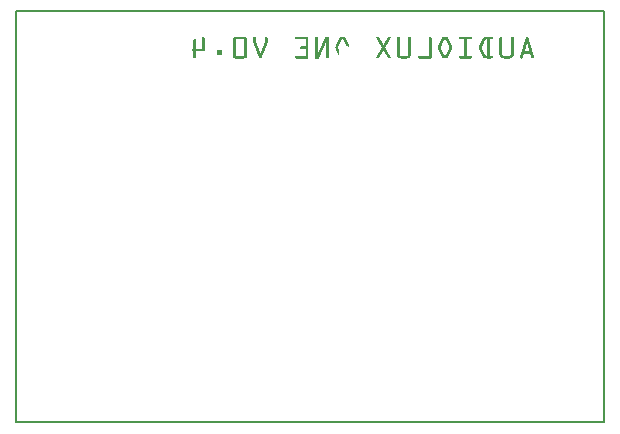
<source format=gbo>
G04 MADE WITH FRITZING*
G04 WWW.FRITZING.ORG*
G04 DOUBLE SIDED*
G04 HOLES PLATED*
G04 CONTOUR ON CENTER OF CONTOUR VECTOR*
%ASAXBY*%
%FSLAX23Y23*%
%MOIN*%
%OFA0B0*%
%SFA1.0B1.0*%
%ADD10R,1.968500X1.377950X1.952500X1.361950*%
%ADD11C,0.008000*%
%ADD12R,0.001000X0.001000*%
%LNSILK0*%
G90*
G70*
G54D11*
X4Y1374D02*
X1965Y1374D01*
X1965Y4D01*
X4Y4D01*
X4Y1374D01*
D02*
G54D12*
X626Y1290D02*
X629Y1290D01*
X734Y1290D02*
X767Y1290D01*
X798Y1290D02*
X802Y1290D01*
X836Y1290D02*
X839Y1290D01*
X935Y1290D02*
X978Y1290D01*
X1003Y1290D02*
X1007Y1290D01*
X1035Y1290D02*
X1047Y1290D01*
X1089Y1290D02*
X1095Y1290D01*
X1209Y1290D02*
X1212Y1290D01*
X1246Y1290D02*
X1249Y1290D01*
X1277Y1290D02*
X1280Y1290D01*
X1314Y1290D02*
X1318Y1290D01*
X1383Y1290D02*
X1386Y1290D01*
X1431Y1290D02*
X1437Y1290D01*
X1482Y1290D02*
X1522Y1290D01*
X1568Y1290D02*
X1591Y1290D01*
X1619Y1290D02*
X1622Y1290D01*
X1656Y1290D02*
X1660Y1290D01*
X1706Y1290D02*
X1709Y1290D01*
X625Y1289D02*
X630Y1289D01*
X732Y1289D02*
X769Y1289D01*
X797Y1289D02*
X803Y1289D01*
X835Y1289D02*
X840Y1289D01*
X934Y1289D02*
X978Y1289D01*
X1002Y1289D02*
X1008Y1289D01*
X1035Y1289D02*
X1047Y1289D01*
X1087Y1289D02*
X1098Y1289D01*
X1207Y1289D02*
X1213Y1289D01*
X1245Y1289D02*
X1251Y1289D01*
X1276Y1289D02*
X1282Y1289D01*
X1313Y1289D02*
X1319Y1289D01*
X1382Y1289D02*
X1387Y1289D01*
X1429Y1289D02*
X1440Y1289D01*
X1481Y1289D02*
X1524Y1289D01*
X1566Y1289D02*
X1593Y1289D01*
X1618Y1289D02*
X1623Y1289D01*
X1655Y1289D02*
X1661Y1289D01*
X1705Y1289D02*
X1710Y1289D01*
X624Y1288D02*
X631Y1288D01*
X730Y1288D02*
X770Y1288D01*
X796Y1288D02*
X804Y1288D01*
X834Y1288D02*
X841Y1288D01*
X933Y1288D02*
X978Y1288D01*
X1002Y1288D02*
X1009Y1288D01*
X1034Y1288D02*
X1047Y1288D01*
X1085Y1288D02*
X1099Y1288D01*
X1207Y1288D02*
X1214Y1288D01*
X1244Y1288D02*
X1251Y1288D01*
X1275Y1288D02*
X1282Y1288D01*
X1313Y1288D02*
X1320Y1288D01*
X1381Y1288D02*
X1388Y1288D01*
X1427Y1288D02*
X1441Y1288D01*
X1480Y1288D02*
X1525Y1288D01*
X1564Y1288D02*
X1593Y1288D01*
X1617Y1288D02*
X1624Y1288D01*
X1655Y1288D02*
X1662Y1288D01*
X1704Y1288D02*
X1711Y1288D01*
X624Y1287D02*
X631Y1287D01*
X730Y1287D02*
X771Y1287D01*
X796Y1287D02*
X804Y1287D01*
X834Y1287D02*
X841Y1287D01*
X933Y1287D02*
X978Y1287D01*
X1001Y1287D02*
X1009Y1287D01*
X1034Y1287D02*
X1047Y1287D01*
X1084Y1287D02*
X1100Y1287D01*
X1206Y1287D02*
X1215Y1287D01*
X1244Y1287D02*
X1252Y1287D01*
X1275Y1287D02*
X1282Y1287D01*
X1312Y1287D02*
X1320Y1287D01*
X1381Y1287D02*
X1388Y1287D01*
X1426Y1287D02*
X1442Y1287D01*
X1480Y1287D02*
X1525Y1287D01*
X1563Y1287D02*
X1594Y1287D01*
X1617Y1287D02*
X1624Y1287D01*
X1654Y1287D02*
X1662Y1287D01*
X1704Y1287D02*
X1711Y1287D01*
X623Y1286D02*
X632Y1286D01*
X729Y1286D02*
X772Y1286D01*
X796Y1286D02*
X804Y1286D01*
X833Y1286D02*
X842Y1286D01*
X933Y1286D02*
X978Y1286D01*
X1001Y1286D02*
X1009Y1286D01*
X1034Y1286D02*
X1047Y1286D01*
X1083Y1286D02*
X1101Y1286D01*
X1206Y1286D02*
X1215Y1286D01*
X1243Y1286D02*
X1252Y1286D01*
X1275Y1286D02*
X1283Y1286D01*
X1312Y1286D02*
X1320Y1286D01*
X1380Y1286D02*
X1388Y1286D01*
X1425Y1286D02*
X1443Y1286D01*
X1480Y1286D02*
X1525Y1286D01*
X1562Y1286D02*
X1594Y1286D01*
X1616Y1286D02*
X1625Y1286D01*
X1654Y1286D02*
X1662Y1286D01*
X1703Y1286D02*
X1712Y1286D01*
X623Y1285D02*
X632Y1285D01*
X728Y1285D02*
X772Y1285D01*
X796Y1285D02*
X804Y1285D01*
X833Y1285D02*
X842Y1285D01*
X933Y1285D02*
X978Y1285D01*
X1001Y1285D02*
X1009Y1285D01*
X1033Y1285D02*
X1047Y1285D01*
X1082Y1285D02*
X1102Y1285D01*
X1206Y1285D02*
X1216Y1285D01*
X1242Y1285D02*
X1252Y1285D01*
X1275Y1285D02*
X1283Y1285D01*
X1312Y1285D02*
X1320Y1285D01*
X1380Y1285D02*
X1389Y1285D01*
X1424Y1285D02*
X1444Y1285D01*
X1480Y1285D02*
X1525Y1285D01*
X1561Y1285D02*
X1594Y1285D01*
X1616Y1285D02*
X1625Y1285D01*
X1654Y1285D02*
X1662Y1285D01*
X1703Y1285D02*
X1712Y1285D01*
X623Y1284D02*
X632Y1284D01*
X728Y1284D02*
X773Y1284D01*
X796Y1284D02*
X804Y1284D01*
X833Y1284D02*
X842Y1284D01*
X933Y1284D02*
X978Y1284D01*
X1001Y1284D02*
X1009Y1284D01*
X1033Y1284D02*
X1047Y1284D01*
X1082Y1284D02*
X1103Y1284D01*
X1207Y1284D02*
X1216Y1284D01*
X1242Y1284D02*
X1251Y1284D01*
X1275Y1284D02*
X1283Y1284D01*
X1312Y1284D02*
X1320Y1284D01*
X1380Y1284D02*
X1389Y1284D01*
X1424Y1284D02*
X1444Y1284D01*
X1480Y1284D02*
X1525Y1284D01*
X1561Y1284D02*
X1593Y1284D01*
X1616Y1284D02*
X1625Y1284D01*
X1654Y1284D02*
X1662Y1284D01*
X1703Y1284D02*
X1712Y1284D01*
X623Y1283D02*
X632Y1283D01*
X728Y1283D02*
X773Y1283D01*
X796Y1283D02*
X804Y1283D01*
X833Y1283D02*
X842Y1283D01*
X934Y1283D02*
X978Y1283D01*
X1001Y1283D02*
X1009Y1283D01*
X1032Y1283D02*
X1047Y1283D01*
X1081Y1283D02*
X1103Y1283D01*
X1207Y1283D02*
X1217Y1283D01*
X1241Y1283D02*
X1251Y1283D01*
X1275Y1283D02*
X1283Y1283D01*
X1312Y1283D02*
X1320Y1283D01*
X1380Y1283D02*
X1389Y1283D01*
X1423Y1283D02*
X1445Y1283D01*
X1481Y1283D02*
X1524Y1283D01*
X1560Y1283D02*
X1593Y1283D01*
X1616Y1283D02*
X1625Y1283D01*
X1654Y1283D02*
X1662Y1283D01*
X1702Y1283D02*
X1713Y1283D01*
X598Y1282D02*
X601Y1282D01*
X623Y1282D02*
X632Y1282D01*
X728Y1282D02*
X773Y1282D01*
X796Y1282D02*
X804Y1282D01*
X833Y1282D02*
X842Y1282D01*
X935Y1282D02*
X978Y1282D01*
X1001Y1282D02*
X1009Y1282D01*
X1032Y1282D02*
X1047Y1282D01*
X1081Y1282D02*
X1104Y1282D01*
X1208Y1282D02*
X1218Y1282D01*
X1241Y1282D02*
X1250Y1282D01*
X1275Y1282D02*
X1283Y1282D01*
X1312Y1282D02*
X1320Y1282D01*
X1380Y1282D02*
X1389Y1282D01*
X1423Y1282D02*
X1445Y1282D01*
X1482Y1282D02*
X1523Y1282D01*
X1559Y1282D02*
X1591Y1282D01*
X1616Y1282D02*
X1625Y1282D01*
X1654Y1282D02*
X1662Y1282D01*
X1702Y1282D02*
X1713Y1282D01*
X597Y1281D02*
X602Y1281D01*
X623Y1281D02*
X632Y1281D01*
X727Y1281D02*
X736Y1281D01*
X765Y1281D02*
X773Y1281D01*
X796Y1281D02*
X804Y1281D01*
X833Y1281D02*
X842Y1281D01*
X970Y1281D02*
X978Y1281D01*
X1001Y1281D02*
X1009Y1281D01*
X1031Y1281D02*
X1047Y1281D01*
X1080Y1281D02*
X1091Y1281D01*
X1093Y1281D02*
X1104Y1281D01*
X1208Y1281D02*
X1218Y1281D01*
X1240Y1281D02*
X1250Y1281D01*
X1275Y1281D02*
X1283Y1281D01*
X1312Y1281D02*
X1320Y1281D01*
X1380Y1281D02*
X1389Y1281D01*
X1422Y1281D02*
X1433Y1281D01*
X1435Y1281D02*
X1446Y1281D01*
X1498Y1281D02*
X1507Y1281D01*
X1559Y1281D02*
X1570Y1281D01*
X1576Y1281D02*
X1585Y1281D01*
X1616Y1281D02*
X1625Y1281D01*
X1654Y1281D02*
X1662Y1281D01*
X1702Y1281D02*
X1713Y1281D01*
X596Y1280D02*
X603Y1280D01*
X623Y1280D02*
X632Y1280D01*
X727Y1280D02*
X736Y1280D01*
X765Y1280D02*
X773Y1280D01*
X796Y1280D02*
X804Y1280D01*
X833Y1280D02*
X842Y1280D01*
X970Y1280D02*
X978Y1280D01*
X1001Y1280D02*
X1009Y1280D01*
X1031Y1280D02*
X1047Y1280D01*
X1080Y1280D02*
X1089Y1280D01*
X1095Y1280D02*
X1105Y1280D01*
X1209Y1280D02*
X1219Y1280D01*
X1239Y1280D02*
X1249Y1280D01*
X1275Y1280D02*
X1283Y1280D01*
X1312Y1280D02*
X1320Y1280D01*
X1380Y1280D02*
X1389Y1280D01*
X1422Y1280D02*
X1431Y1280D01*
X1437Y1280D02*
X1446Y1280D01*
X1498Y1280D02*
X1507Y1280D01*
X1558Y1280D02*
X1569Y1280D01*
X1576Y1280D02*
X1584Y1280D01*
X1616Y1280D02*
X1625Y1280D01*
X1654Y1280D02*
X1662Y1280D01*
X1702Y1280D02*
X1714Y1280D01*
X596Y1279D02*
X603Y1279D01*
X623Y1279D02*
X632Y1279D01*
X727Y1279D02*
X736Y1279D01*
X765Y1279D02*
X773Y1279D01*
X796Y1279D02*
X804Y1279D01*
X833Y1279D02*
X842Y1279D01*
X970Y1279D02*
X978Y1279D01*
X1001Y1279D02*
X1009Y1279D01*
X1031Y1279D02*
X1047Y1279D01*
X1079Y1279D02*
X1089Y1279D01*
X1096Y1279D02*
X1105Y1279D01*
X1209Y1279D02*
X1219Y1279D01*
X1239Y1279D02*
X1249Y1279D01*
X1275Y1279D02*
X1283Y1279D01*
X1312Y1279D02*
X1320Y1279D01*
X1380Y1279D02*
X1389Y1279D01*
X1421Y1279D02*
X1431Y1279D01*
X1438Y1279D02*
X1447Y1279D01*
X1498Y1279D02*
X1507Y1279D01*
X1558Y1279D02*
X1568Y1279D01*
X1576Y1279D02*
X1584Y1279D01*
X1616Y1279D02*
X1625Y1279D01*
X1654Y1279D02*
X1662Y1279D01*
X1701Y1279D02*
X1714Y1279D01*
X595Y1278D02*
X603Y1278D01*
X623Y1278D02*
X632Y1278D01*
X727Y1278D02*
X736Y1278D01*
X765Y1278D02*
X773Y1278D01*
X796Y1278D02*
X804Y1278D01*
X833Y1278D02*
X842Y1278D01*
X970Y1278D02*
X978Y1278D01*
X1001Y1278D02*
X1009Y1278D01*
X1030Y1278D02*
X1047Y1278D01*
X1079Y1278D02*
X1088Y1278D01*
X1096Y1278D02*
X1106Y1278D01*
X1210Y1278D02*
X1220Y1278D01*
X1238Y1278D02*
X1248Y1278D01*
X1275Y1278D02*
X1283Y1278D01*
X1312Y1278D02*
X1320Y1278D01*
X1380Y1278D02*
X1389Y1278D01*
X1421Y1278D02*
X1430Y1278D01*
X1438Y1278D02*
X1447Y1278D01*
X1498Y1278D02*
X1507Y1278D01*
X1558Y1278D02*
X1567Y1278D01*
X1576Y1278D02*
X1584Y1278D01*
X1616Y1278D02*
X1625Y1278D01*
X1654Y1278D02*
X1662Y1278D01*
X1701Y1278D02*
X1714Y1278D01*
X595Y1277D02*
X603Y1277D01*
X623Y1277D02*
X632Y1277D01*
X727Y1277D02*
X736Y1277D01*
X765Y1277D02*
X773Y1277D01*
X796Y1277D02*
X804Y1277D01*
X833Y1277D02*
X842Y1277D01*
X970Y1277D02*
X978Y1277D01*
X1001Y1277D02*
X1009Y1277D01*
X1030Y1277D02*
X1047Y1277D01*
X1078Y1277D02*
X1088Y1277D01*
X1097Y1277D02*
X1106Y1277D01*
X1210Y1277D02*
X1220Y1277D01*
X1238Y1277D02*
X1248Y1277D01*
X1275Y1277D02*
X1283Y1277D01*
X1312Y1277D02*
X1320Y1277D01*
X1380Y1277D02*
X1389Y1277D01*
X1420Y1277D02*
X1430Y1277D01*
X1439Y1277D02*
X1448Y1277D01*
X1498Y1277D02*
X1507Y1277D01*
X1557Y1277D02*
X1567Y1277D01*
X1576Y1277D02*
X1584Y1277D01*
X1616Y1277D02*
X1625Y1277D01*
X1654Y1277D02*
X1662Y1277D01*
X1701Y1277D02*
X1714Y1277D01*
X595Y1276D02*
X604Y1276D01*
X623Y1276D02*
X632Y1276D01*
X727Y1276D02*
X736Y1276D01*
X765Y1276D02*
X773Y1276D01*
X796Y1276D02*
X804Y1276D01*
X833Y1276D02*
X842Y1276D01*
X970Y1276D02*
X978Y1276D01*
X1001Y1276D02*
X1009Y1276D01*
X1029Y1276D02*
X1047Y1276D01*
X1078Y1276D02*
X1087Y1276D01*
X1097Y1276D02*
X1107Y1276D01*
X1211Y1276D02*
X1221Y1276D01*
X1237Y1276D02*
X1247Y1276D01*
X1275Y1276D02*
X1283Y1276D01*
X1312Y1276D02*
X1320Y1276D01*
X1380Y1276D02*
X1389Y1276D01*
X1420Y1276D02*
X1429Y1276D01*
X1439Y1276D02*
X1448Y1276D01*
X1498Y1276D02*
X1507Y1276D01*
X1557Y1276D02*
X1566Y1276D01*
X1576Y1276D02*
X1584Y1276D01*
X1616Y1276D02*
X1625Y1276D01*
X1654Y1276D02*
X1662Y1276D01*
X1700Y1276D02*
X1715Y1276D01*
X595Y1275D02*
X604Y1275D01*
X623Y1275D02*
X632Y1275D01*
X727Y1275D02*
X736Y1275D01*
X765Y1275D02*
X773Y1275D01*
X796Y1275D02*
X804Y1275D01*
X833Y1275D02*
X842Y1275D01*
X970Y1275D02*
X978Y1275D01*
X1001Y1275D02*
X1009Y1275D01*
X1029Y1275D02*
X1047Y1275D01*
X1077Y1275D02*
X1087Y1275D01*
X1098Y1275D02*
X1107Y1275D01*
X1212Y1275D02*
X1222Y1275D01*
X1236Y1275D02*
X1246Y1275D01*
X1275Y1275D02*
X1283Y1275D01*
X1312Y1275D02*
X1320Y1275D01*
X1380Y1275D02*
X1389Y1275D01*
X1419Y1275D02*
X1429Y1275D01*
X1440Y1275D02*
X1449Y1275D01*
X1498Y1275D02*
X1507Y1275D01*
X1556Y1275D02*
X1566Y1275D01*
X1576Y1275D02*
X1584Y1275D01*
X1616Y1275D02*
X1625Y1275D01*
X1654Y1275D02*
X1662Y1275D01*
X1700Y1275D02*
X1715Y1275D01*
X595Y1274D02*
X604Y1274D01*
X623Y1274D02*
X632Y1274D01*
X727Y1274D02*
X736Y1274D01*
X765Y1274D02*
X773Y1274D01*
X796Y1274D02*
X804Y1274D01*
X833Y1274D02*
X842Y1274D01*
X970Y1274D02*
X978Y1274D01*
X1001Y1274D02*
X1009Y1274D01*
X1028Y1274D02*
X1047Y1274D01*
X1077Y1274D02*
X1086Y1274D01*
X1098Y1274D02*
X1108Y1274D01*
X1212Y1274D02*
X1222Y1274D01*
X1236Y1274D02*
X1246Y1274D01*
X1275Y1274D02*
X1283Y1274D01*
X1312Y1274D02*
X1320Y1274D01*
X1380Y1274D02*
X1389Y1274D01*
X1419Y1274D02*
X1428Y1274D01*
X1440Y1274D02*
X1449Y1274D01*
X1498Y1274D02*
X1507Y1274D01*
X1556Y1274D02*
X1565Y1274D01*
X1576Y1274D02*
X1584Y1274D01*
X1616Y1274D02*
X1625Y1274D01*
X1654Y1274D02*
X1662Y1274D01*
X1700Y1274D02*
X1715Y1274D01*
X595Y1273D02*
X604Y1273D01*
X623Y1273D02*
X632Y1273D01*
X727Y1273D02*
X736Y1273D01*
X765Y1273D02*
X773Y1273D01*
X796Y1273D02*
X804Y1273D01*
X833Y1273D02*
X842Y1273D01*
X970Y1273D02*
X978Y1273D01*
X1001Y1273D02*
X1009Y1273D01*
X1028Y1273D02*
X1047Y1273D01*
X1076Y1273D02*
X1086Y1273D01*
X1099Y1273D02*
X1108Y1273D01*
X1213Y1273D02*
X1223Y1273D01*
X1235Y1273D02*
X1245Y1273D01*
X1275Y1273D02*
X1283Y1273D01*
X1312Y1273D02*
X1320Y1273D01*
X1380Y1273D02*
X1389Y1273D01*
X1418Y1273D02*
X1428Y1273D01*
X1441Y1273D02*
X1450Y1273D01*
X1498Y1273D02*
X1507Y1273D01*
X1555Y1273D02*
X1565Y1273D01*
X1576Y1273D02*
X1584Y1273D01*
X1616Y1273D02*
X1625Y1273D01*
X1654Y1273D02*
X1662Y1273D01*
X1699Y1273D02*
X1716Y1273D01*
X595Y1272D02*
X604Y1272D01*
X623Y1272D02*
X632Y1272D01*
X727Y1272D02*
X736Y1272D01*
X765Y1272D02*
X773Y1272D01*
X796Y1272D02*
X804Y1272D01*
X833Y1272D02*
X842Y1272D01*
X970Y1272D02*
X978Y1272D01*
X1001Y1272D02*
X1009Y1272D01*
X1027Y1272D02*
X1047Y1272D01*
X1076Y1272D02*
X1085Y1272D01*
X1099Y1272D02*
X1109Y1272D01*
X1213Y1272D02*
X1223Y1272D01*
X1235Y1272D02*
X1245Y1272D01*
X1275Y1272D02*
X1283Y1272D01*
X1312Y1272D02*
X1320Y1272D01*
X1380Y1272D02*
X1389Y1272D01*
X1418Y1272D02*
X1427Y1272D01*
X1441Y1272D02*
X1450Y1272D01*
X1498Y1272D02*
X1507Y1272D01*
X1555Y1272D02*
X1564Y1272D01*
X1576Y1272D02*
X1584Y1272D01*
X1616Y1272D02*
X1625Y1272D01*
X1654Y1272D02*
X1662Y1272D01*
X1699Y1272D02*
X1716Y1272D01*
X595Y1271D02*
X604Y1271D01*
X623Y1271D02*
X632Y1271D01*
X727Y1271D02*
X736Y1271D01*
X765Y1271D02*
X773Y1271D01*
X796Y1271D02*
X804Y1271D01*
X833Y1271D02*
X842Y1271D01*
X970Y1271D02*
X978Y1271D01*
X1001Y1271D02*
X1009Y1271D01*
X1027Y1271D02*
X1036Y1271D01*
X1038Y1271D02*
X1047Y1271D01*
X1075Y1271D02*
X1085Y1271D01*
X1100Y1271D02*
X1109Y1271D01*
X1214Y1271D02*
X1224Y1271D01*
X1234Y1271D02*
X1244Y1271D01*
X1275Y1271D02*
X1283Y1271D01*
X1312Y1271D02*
X1320Y1271D01*
X1380Y1271D02*
X1389Y1271D01*
X1417Y1271D02*
X1427Y1271D01*
X1442Y1271D02*
X1451Y1271D01*
X1498Y1271D02*
X1507Y1271D01*
X1554Y1271D02*
X1564Y1271D01*
X1576Y1271D02*
X1584Y1271D01*
X1616Y1271D02*
X1625Y1271D01*
X1654Y1271D02*
X1662Y1271D01*
X1699Y1271D02*
X1716Y1271D01*
X595Y1270D02*
X604Y1270D01*
X623Y1270D02*
X632Y1270D01*
X727Y1270D02*
X736Y1270D01*
X765Y1270D02*
X773Y1270D01*
X796Y1270D02*
X804Y1270D01*
X833Y1270D02*
X842Y1270D01*
X970Y1270D02*
X978Y1270D01*
X1001Y1270D02*
X1009Y1270D01*
X1027Y1270D02*
X1036Y1270D01*
X1038Y1270D02*
X1047Y1270D01*
X1075Y1270D02*
X1084Y1270D01*
X1100Y1270D02*
X1110Y1270D01*
X1215Y1270D02*
X1225Y1270D01*
X1234Y1270D02*
X1243Y1270D01*
X1275Y1270D02*
X1283Y1270D01*
X1312Y1270D02*
X1320Y1270D01*
X1380Y1270D02*
X1389Y1270D01*
X1417Y1270D02*
X1426Y1270D01*
X1442Y1270D02*
X1451Y1270D01*
X1498Y1270D02*
X1507Y1270D01*
X1554Y1270D02*
X1563Y1270D01*
X1576Y1270D02*
X1584Y1270D01*
X1616Y1270D02*
X1625Y1270D01*
X1654Y1270D02*
X1662Y1270D01*
X1699Y1270D02*
X1716Y1270D01*
X595Y1269D02*
X604Y1269D01*
X623Y1269D02*
X632Y1269D01*
X727Y1269D02*
X736Y1269D01*
X765Y1269D02*
X773Y1269D01*
X796Y1269D02*
X805Y1269D01*
X833Y1269D02*
X841Y1269D01*
X970Y1269D02*
X978Y1269D01*
X1001Y1269D02*
X1009Y1269D01*
X1026Y1269D02*
X1035Y1269D01*
X1038Y1269D02*
X1047Y1269D01*
X1074Y1269D02*
X1084Y1269D01*
X1101Y1269D02*
X1110Y1269D01*
X1215Y1269D02*
X1225Y1269D01*
X1233Y1269D02*
X1243Y1269D01*
X1275Y1269D02*
X1283Y1269D01*
X1312Y1269D02*
X1320Y1269D01*
X1380Y1269D02*
X1389Y1269D01*
X1416Y1269D02*
X1426Y1269D01*
X1443Y1269D02*
X1452Y1269D01*
X1498Y1269D02*
X1507Y1269D01*
X1553Y1269D02*
X1563Y1269D01*
X1576Y1269D02*
X1584Y1269D01*
X1616Y1269D02*
X1625Y1269D01*
X1654Y1269D02*
X1662Y1269D01*
X1698Y1269D02*
X1717Y1269D01*
X595Y1268D02*
X604Y1268D01*
X623Y1268D02*
X632Y1268D01*
X727Y1268D02*
X736Y1268D01*
X765Y1268D02*
X773Y1268D01*
X796Y1268D02*
X805Y1268D01*
X832Y1268D02*
X841Y1268D01*
X970Y1268D02*
X978Y1268D01*
X1001Y1268D02*
X1009Y1268D01*
X1026Y1268D02*
X1035Y1268D01*
X1038Y1268D02*
X1047Y1268D01*
X1074Y1268D02*
X1083Y1268D01*
X1101Y1268D02*
X1111Y1268D01*
X1216Y1268D02*
X1226Y1268D01*
X1232Y1268D02*
X1242Y1268D01*
X1275Y1268D02*
X1283Y1268D01*
X1312Y1268D02*
X1320Y1268D01*
X1380Y1268D02*
X1389Y1268D01*
X1416Y1268D02*
X1425Y1268D01*
X1443Y1268D02*
X1452Y1268D01*
X1498Y1268D02*
X1507Y1268D01*
X1553Y1268D02*
X1562Y1268D01*
X1576Y1268D02*
X1584Y1268D01*
X1616Y1268D02*
X1625Y1268D01*
X1654Y1268D02*
X1662Y1268D01*
X1698Y1268D02*
X1717Y1268D01*
X595Y1267D02*
X604Y1267D01*
X623Y1267D02*
X632Y1267D01*
X727Y1267D02*
X736Y1267D01*
X765Y1267D02*
X773Y1267D01*
X797Y1267D02*
X806Y1267D01*
X832Y1267D02*
X841Y1267D01*
X970Y1267D02*
X978Y1267D01*
X1001Y1267D02*
X1009Y1267D01*
X1025Y1267D02*
X1035Y1267D01*
X1038Y1267D02*
X1047Y1267D01*
X1073Y1267D02*
X1083Y1267D01*
X1102Y1267D02*
X1111Y1267D01*
X1216Y1267D02*
X1226Y1267D01*
X1232Y1267D02*
X1242Y1267D01*
X1275Y1267D02*
X1283Y1267D01*
X1312Y1267D02*
X1320Y1267D01*
X1380Y1267D02*
X1389Y1267D01*
X1415Y1267D02*
X1425Y1267D01*
X1444Y1267D02*
X1453Y1267D01*
X1498Y1267D02*
X1507Y1267D01*
X1552Y1267D02*
X1562Y1267D01*
X1576Y1267D02*
X1584Y1267D01*
X1616Y1267D02*
X1625Y1267D01*
X1654Y1267D02*
X1662Y1267D01*
X1698Y1267D02*
X1707Y1267D01*
X1709Y1267D02*
X1717Y1267D01*
X595Y1266D02*
X604Y1266D01*
X623Y1266D02*
X632Y1266D01*
X727Y1266D02*
X736Y1266D01*
X765Y1266D02*
X773Y1266D01*
X797Y1266D02*
X806Y1266D01*
X831Y1266D02*
X841Y1266D01*
X970Y1266D02*
X978Y1266D01*
X1001Y1266D02*
X1009Y1266D01*
X1025Y1266D02*
X1034Y1266D01*
X1038Y1266D02*
X1047Y1266D01*
X1073Y1266D02*
X1082Y1266D01*
X1102Y1266D02*
X1112Y1266D01*
X1217Y1266D02*
X1227Y1266D01*
X1231Y1266D02*
X1241Y1266D01*
X1275Y1266D02*
X1283Y1266D01*
X1312Y1266D02*
X1320Y1266D01*
X1380Y1266D02*
X1389Y1266D01*
X1415Y1266D02*
X1424Y1266D01*
X1444Y1266D02*
X1453Y1266D01*
X1498Y1266D02*
X1507Y1266D01*
X1552Y1266D02*
X1561Y1266D01*
X1576Y1266D02*
X1584Y1266D01*
X1616Y1266D02*
X1625Y1266D01*
X1654Y1266D02*
X1662Y1266D01*
X1697Y1266D02*
X1706Y1266D01*
X1709Y1266D02*
X1718Y1266D01*
X595Y1265D02*
X604Y1265D01*
X623Y1265D02*
X632Y1265D01*
X727Y1265D02*
X736Y1265D01*
X765Y1265D02*
X773Y1265D01*
X797Y1265D02*
X806Y1265D01*
X831Y1265D02*
X840Y1265D01*
X970Y1265D02*
X978Y1265D01*
X1001Y1265D02*
X1009Y1265D01*
X1024Y1265D02*
X1034Y1265D01*
X1038Y1265D02*
X1047Y1265D01*
X1072Y1265D02*
X1082Y1265D01*
X1103Y1265D02*
X1112Y1265D01*
X1217Y1265D02*
X1227Y1265D01*
X1231Y1265D02*
X1240Y1265D01*
X1275Y1265D02*
X1283Y1265D01*
X1312Y1265D02*
X1320Y1265D01*
X1380Y1265D02*
X1389Y1265D01*
X1414Y1265D02*
X1424Y1265D01*
X1445Y1265D02*
X1454Y1265D01*
X1498Y1265D02*
X1507Y1265D01*
X1551Y1265D02*
X1561Y1265D01*
X1576Y1265D02*
X1584Y1265D01*
X1616Y1265D02*
X1625Y1265D01*
X1654Y1265D02*
X1662Y1265D01*
X1697Y1265D02*
X1706Y1265D01*
X1709Y1265D02*
X1718Y1265D01*
X595Y1264D02*
X604Y1264D01*
X623Y1264D02*
X632Y1264D01*
X727Y1264D02*
X736Y1264D01*
X765Y1264D02*
X773Y1264D01*
X798Y1264D02*
X807Y1264D01*
X831Y1264D02*
X840Y1264D01*
X970Y1264D02*
X978Y1264D01*
X1001Y1264D02*
X1009Y1264D01*
X1024Y1264D02*
X1033Y1264D01*
X1038Y1264D02*
X1047Y1264D01*
X1072Y1264D02*
X1081Y1264D01*
X1103Y1264D02*
X1113Y1264D01*
X1218Y1264D02*
X1228Y1264D01*
X1230Y1264D02*
X1240Y1264D01*
X1275Y1264D02*
X1283Y1264D01*
X1312Y1264D02*
X1320Y1264D01*
X1380Y1264D02*
X1389Y1264D01*
X1414Y1264D02*
X1423Y1264D01*
X1445Y1264D02*
X1454Y1264D01*
X1498Y1264D02*
X1507Y1264D01*
X1551Y1264D02*
X1560Y1264D01*
X1576Y1264D02*
X1584Y1264D01*
X1616Y1264D02*
X1625Y1264D01*
X1654Y1264D02*
X1662Y1264D01*
X1697Y1264D02*
X1706Y1264D01*
X1710Y1264D02*
X1718Y1264D01*
X595Y1263D02*
X604Y1263D01*
X623Y1263D02*
X632Y1263D01*
X727Y1263D02*
X736Y1263D01*
X765Y1263D02*
X773Y1263D01*
X798Y1263D02*
X807Y1263D01*
X830Y1263D02*
X839Y1263D01*
X970Y1263D02*
X978Y1263D01*
X1001Y1263D02*
X1009Y1263D01*
X1024Y1263D02*
X1033Y1263D01*
X1038Y1263D02*
X1047Y1263D01*
X1071Y1263D02*
X1081Y1263D01*
X1104Y1263D02*
X1113Y1263D01*
X1219Y1263D02*
X1239Y1263D01*
X1275Y1263D02*
X1283Y1263D01*
X1312Y1263D02*
X1320Y1263D01*
X1380Y1263D02*
X1389Y1263D01*
X1413Y1263D02*
X1423Y1263D01*
X1446Y1263D02*
X1455Y1263D01*
X1498Y1263D02*
X1507Y1263D01*
X1550Y1263D02*
X1560Y1263D01*
X1576Y1263D02*
X1584Y1263D01*
X1616Y1263D02*
X1625Y1263D01*
X1654Y1263D02*
X1662Y1263D01*
X1697Y1263D02*
X1705Y1263D01*
X1710Y1263D02*
X1719Y1263D01*
X595Y1262D02*
X604Y1262D01*
X623Y1262D02*
X632Y1262D01*
X727Y1262D02*
X736Y1262D01*
X765Y1262D02*
X773Y1262D01*
X799Y1262D02*
X808Y1262D01*
X830Y1262D02*
X839Y1262D01*
X970Y1262D02*
X978Y1262D01*
X1001Y1262D02*
X1009Y1262D01*
X1023Y1262D02*
X1032Y1262D01*
X1038Y1262D02*
X1047Y1262D01*
X1071Y1262D02*
X1080Y1262D01*
X1104Y1262D02*
X1113Y1262D01*
X1219Y1262D02*
X1239Y1262D01*
X1275Y1262D02*
X1283Y1262D01*
X1312Y1262D02*
X1320Y1262D01*
X1380Y1262D02*
X1389Y1262D01*
X1413Y1262D02*
X1422Y1262D01*
X1446Y1262D02*
X1455Y1262D01*
X1498Y1262D02*
X1507Y1262D01*
X1550Y1262D02*
X1559Y1262D01*
X1576Y1262D02*
X1584Y1262D01*
X1616Y1262D02*
X1625Y1262D01*
X1654Y1262D02*
X1662Y1262D01*
X1696Y1262D02*
X1705Y1262D01*
X1710Y1262D02*
X1719Y1262D01*
X595Y1261D02*
X604Y1261D01*
X623Y1261D02*
X632Y1261D01*
X727Y1261D02*
X736Y1261D01*
X765Y1261D02*
X773Y1261D01*
X799Y1261D02*
X808Y1261D01*
X830Y1261D02*
X839Y1261D01*
X970Y1261D02*
X978Y1261D01*
X1001Y1261D02*
X1009Y1261D01*
X1023Y1261D02*
X1032Y1261D01*
X1038Y1261D02*
X1047Y1261D01*
X1071Y1261D02*
X1080Y1261D01*
X1105Y1261D02*
X1114Y1261D01*
X1220Y1261D02*
X1238Y1261D01*
X1275Y1261D02*
X1283Y1261D01*
X1312Y1261D02*
X1320Y1261D01*
X1380Y1261D02*
X1389Y1261D01*
X1412Y1261D02*
X1422Y1261D01*
X1447Y1261D02*
X1456Y1261D01*
X1498Y1261D02*
X1507Y1261D01*
X1549Y1261D02*
X1559Y1261D01*
X1576Y1261D02*
X1584Y1261D01*
X1616Y1261D02*
X1625Y1261D01*
X1654Y1261D02*
X1662Y1261D01*
X1696Y1261D02*
X1705Y1261D01*
X1710Y1261D02*
X1719Y1261D01*
X595Y1260D02*
X604Y1260D01*
X623Y1260D02*
X632Y1260D01*
X727Y1260D02*
X736Y1260D01*
X765Y1260D02*
X773Y1260D01*
X799Y1260D02*
X808Y1260D01*
X829Y1260D02*
X838Y1260D01*
X970Y1260D02*
X978Y1260D01*
X1001Y1260D02*
X1009Y1260D01*
X1022Y1260D02*
X1031Y1260D01*
X1038Y1260D02*
X1047Y1260D01*
X1070Y1260D02*
X1079Y1260D01*
X1105Y1260D02*
X1114Y1260D01*
X1220Y1260D02*
X1238Y1260D01*
X1275Y1260D02*
X1283Y1260D01*
X1312Y1260D02*
X1320Y1260D01*
X1380Y1260D02*
X1389Y1260D01*
X1412Y1260D02*
X1421Y1260D01*
X1447Y1260D02*
X1456Y1260D01*
X1498Y1260D02*
X1507Y1260D01*
X1549Y1260D02*
X1558Y1260D01*
X1576Y1260D02*
X1584Y1260D01*
X1616Y1260D02*
X1625Y1260D01*
X1654Y1260D02*
X1662Y1260D01*
X1696Y1260D02*
X1705Y1260D01*
X1711Y1260D02*
X1719Y1260D01*
X595Y1259D02*
X604Y1259D01*
X623Y1259D02*
X632Y1259D01*
X727Y1259D02*
X736Y1259D01*
X765Y1259D02*
X773Y1259D01*
X800Y1259D02*
X809Y1259D01*
X829Y1259D02*
X838Y1259D01*
X970Y1259D02*
X978Y1259D01*
X1001Y1259D02*
X1009Y1259D01*
X1022Y1259D02*
X1031Y1259D01*
X1038Y1259D02*
X1047Y1259D01*
X1070Y1259D02*
X1079Y1259D01*
X1106Y1259D02*
X1115Y1259D01*
X1221Y1259D02*
X1237Y1259D01*
X1275Y1259D02*
X1283Y1259D01*
X1312Y1259D02*
X1320Y1259D01*
X1380Y1259D02*
X1389Y1259D01*
X1412Y1259D02*
X1421Y1259D01*
X1448Y1259D02*
X1456Y1259D01*
X1498Y1259D02*
X1507Y1259D01*
X1549Y1259D02*
X1558Y1259D01*
X1576Y1259D02*
X1584Y1259D01*
X1616Y1259D02*
X1625Y1259D01*
X1654Y1259D02*
X1662Y1259D01*
X1695Y1259D02*
X1704Y1259D01*
X1711Y1259D02*
X1720Y1259D01*
X595Y1258D02*
X604Y1258D01*
X623Y1258D02*
X632Y1258D01*
X727Y1258D02*
X736Y1258D01*
X765Y1258D02*
X773Y1258D01*
X800Y1258D02*
X809Y1258D01*
X828Y1258D02*
X837Y1258D01*
X955Y1258D02*
X978Y1258D01*
X1001Y1258D02*
X1009Y1258D01*
X1021Y1258D02*
X1031Y1258D01*
X1038Y1258D02*
X1047Y1258D01*
X1070Y1258D02*
X1078Y1258D01*
X1108Y1258D02*
X1115Y1258D01*
X1222Y1258D02*
X1236Y1258D01*
X1275Y1258D02*
X1283Y1258D01*
X1312Y1258D02*
X1320Y1258D01*
X1380Y1258D02*
X1389Y1258D01*
X1412Y1258D02*
X1420Y1258D01*
X1448Y1258D02*
X1457Y1258D01*
X1498Y1258D02*
X1507Y1258D01*
X1548Y1258D02*
X1557Y1258D01*
X1576Y1258D02*
X1584Y1258D01*
X1616Y1258D02*
X1625Y1258D01*
X1654Y1258D02*
X1662Y1258D01*
X1695Y1258D02*
X1704Y1258D01*
X1711Y1258D02*
X1720Y1258D01*
X595Y1257D02*
X604Y1257D01*
X623Y1257D02*
X632Y1257D01*
X727Y1257D02*
X736Y1257D01*
X765Y1257D02*
X773Y1257D01*
X800Y1257D02*
X809Y1257D01*
X828Y1257D02*
X837Y1257D01*
X953Y1257D02*
X978Y1257D01*
X1001Y1257D02*
X1009Y1257D01*
X1021Y1257D02*
X1030Y1257D01*
X1038Y1257D02*
X1047Y1257D01*
X1070Y1257D02*
X1078Y1257D01*
X1112Y1257D02*
X1115Y1257D01*
X1222Y1257D02*
X1236Y1257D01*
X1275Y1257D02*
X1283Y1257D01*
X1312Y1257D02*
X1320Y1257D01*
X1380Y1257D02*
X1389Y1257D01*
X1411Y1257D02*
X1420Y1257D01*
X1448Y1257D02*
X1457Y1257D01*
X1498Y1257D02*
X1507Y1257D01*
X1548Y1257D02*
X1557Y1257D01*
X1576Y1257D02*
X1584Y1257D01*
X1616Y1257D02*
X1625Y1257D01*
X1654Y1257D02*
X1662Y1257D01*
X1695Y1257D02*
X1704Y1257D01*
X1712Y1257D02*
X1720Y1257D01*
X595Y1256D02*
X604Y1256D01*
X623Y1256D02*
X632Y1256D01*
X727Y1256D02*
X736Y1256D01*
X765Y1256D02*
X773Y1256D01*
X801Y1256D02*
X810Y1256D01*
X828Y1256D02*
X837Y1256D01*
X952Y1256D02*
X978Y1256D01*
X1001Y1256D02*
X1009Y1256D01*
X1020Y1256D02*
X1030Y1256D01*
X1038Y1256D02*
X1047Y1256D01*
X1069Y1256D02*
X1078Y1256D01*
X1114Y1256D02*
X1115Y1256D01*
X1223Y1256D02*
X1235Y1256D01*
X1275Y1256D02*
X1283Y1256D01*
X1312Y1256D02*
X1320Y1256D01*
X1380Y1256D02*
X1389Y1256D01*
X1411Y1256D02*
X1420Y1256D01*
X1449Y1256D02*
X1457Y1256D01*
X1498Y1256D02*
X1507Y1256D01*
X1548Y1256D02*
X1557Y1256D01*
X1576Y1256D02*
X1584Y1256D01*
X1616Y1256D02*
X1625Y1256D01*
X1654Y1256D02*
X1662Y1256D01*
X1694Y1256D02*
X1703Y1256D01*
X1712Y1256D02*
X1721Y1256D01*
X595Y1255D02*
X604Y1255D01*
X623Y1255D02*
X632Y1255D01*
X727Y1255D02*
X736Y1255D01*
X765Y1255D02*
X773Y1255D01*
X801Y1255D02*
X810Y1255D01*
X827Y1255D02*
X836Y1255D01*
X951Y1255D02*
X978Y1255D01*
X1001Y1255D02*
X1009Y1255D01*
X1020Y1255D02*
X1029Y1255D01*
X1038Y1255D02*
X1047Y1255D01*
X1069Y1255D02*
X1078Y1255D01*
X1223Y1255D02*
X1235Y1255D01*
X1275Y1255D02*
X1283Y1255D01*
X1312Y1255D02*
X1320Y1255D01*
X1380Y1255D02*
X1389Y1255D01*
X1411Y1255D02*
X1420Y1255D01*
X1449Y1255D02*
X1457Y1255D01*
X1498Y1255D02*
X1507Y1255D01*
X1548Y1255D02*
X1556Y1255D01*
X1576Y1255D02*
X1584Y1255D01*
X1616Y1255D02*
X1625Y1255D01*
X1654Y1255D02*
X1662Y1255D01*
X1694Y1255D02*
X1703Y1255D01*
X1712Y1255D02*
X1721Y1255D01*
X595Y1254D02*
X604Y1254D01*
X623Y1254D02*
X632Y1254D01*
X727Y1254D02*
X736Y1254D01*
X765Y1254D02*
X773Y1254D01*
X802Y1254D02*
X811Y1254D01*
X827Y1254D02*
X836Y1254D01*
X951Y1254D02*
X978Y1254D01*
X1001Y1254D02*
X1009Y1254D01*
X1020Y1254D02*
X1029Y1254D01*
X1038Y1254D02*
X1047Y1254D01*
X1069Y1254D02*
X1078Y1254D01*
X1224Y1254D02*
X1234Y1254D01*
X1275Y1254D02*
X1283Y1254D01*
X1312Y1254D02*
X1320Y1254D01*
X1380Y1254D02*
X1389Y1254D01*
X1411Y1254D02*
X1420Y1254D01*
X1449Y1254D02*
X1457Y1254D01*
X1498Y1254D02*
X1507Y1254D01*
X1548Y1254D02*
X1556Y1254D01*
X1576Y1254D02*
X1584Y1254D01*
X1616Y1254D02*
X1625Y1254D01*
X1654Y1254D02*
X1662Y1254D01*
X1694Y1254D02*
X1703Y1254D01*
X1712Y1254D02*
X1721Y1254D01*
X595Y1253D02*
X604Y1253D01*
X623Y1253D02*
X632Y1253D01*
X727Y1253D02*
X736Y1253D01*
X765Y1253D02*
X773Y1253D01*
X802Y1253D02*
X811Y1253D01*
X826Y1253D02*
X835Y1253D01*
X951Y1253D02*
X978Y1253D01*
X1001Y1253D02*
X1009Y1253D01*
X1019Y1253D02*
X1028Y1253D01*
X1038Y1253D02*
X1047Y1253D01*
X1069Y1253D02*
X1078Y1253D01*
X1224Y1253D02*
X1234Y1253D01*
X1275Y1253D02*
X1283Y1253D01*
X1312Y1253D02*
X1320Y1253D01*
X1380Y1253D02*
X1389Y1253D01*
X1411Y1253D02*
X1420Y1253D01*
X1449Y1253D02*
X1457Y1253D01*
X1498Y1253D02*
X1507Y1253D01*
X1548Y1253D02*
X1556Y1253D01*
X1576Y1253D02*
X1584Y1253D01*
X1616Y1253D02*
X1625Y1253D01*
X1654Y1253D02*
X1662Y1253D01*
X1694Y1253D02*
X1703Y1253D01*
X1713Y1253D02*
X1721Y1253D01*
X595Y1252D02*
X604Y1252D01*
X623Y1252D02*
X632Y1252D01*
X727Y1252D02*
X736Y1252D01*
X765Y1252D02*
X773Y1252D01*
X802Y1252D02*
X811Y1252D01*
X826Y1252D02*
X835Y1252D01*
X951Y1252D02*
X978Y1252D01*
X1001Y1252D02*
X1009Y1252D01*
X1019Y1252D02*
X1028Y1252D01*
X1038Y1252D02*
X1047Y1252D01*
X1069Y1252D02*
X1078Y1252D01*
X1223Y1252D02*
X1235Y1252D01*
X1275Y1252D02*
X1283Y1252D01*
X1312Y1252D02*
X1320Y1252D01*
X1380Y1252D02*
X1389Y1252D01*
X1411Y1252D02*
X1420Y1252D01*
X1449Y1252D02*
X1457Y1252D01*
X1498Y1252D02*
X1507Y1252D01*
X1548Y1252D02*
X1556Y1252D01*
X1576Y1252D02*
X1584Y1252D01*
X1616Y1252D02*
X1625Y1252D01*
X1654Y1252D02*
X1662Y1252D01*
X1693Y1252D02*
X1702Y1252D01*
X1713Y1252D02*
X1722Y1252D01*
X595Y1251D02*
X604Y1251D01*
X623Y1251D02*
X632Y1251D01*
X727Y1251D02*
X736Y1251D01*
X765Y1251D02*
X773Y1251D01*
X803Y1251D02*
X812Y1251D01*
X826Y1251D02*
X835Y1251D01*
X952Y1251D02*
X978Y1251D01*
X1001Y1251D02*
X1009Y1251D01*
X1018Y1251D02*
X1027Y1251D01*
X1038Y1251D02*
X1047Y1251D01*
X1070Y1251D02*
X1078Y1251D01*
X1222Y1251D02*
X1236Y1251D01*
X1275Y1251D02*
X1283Y1251D01*
X1312Y1251D02*
X1320Y1251D01*
X1380Y1251D02*
X1389Y1251D01*
X1411Y1251D02*
X1420Y1251D01*
X1448Y1251D02*
X1457Y1251D01*
X1498Y1251D02*
X1507Y1251D01*
X1548Y1251D02*
X1557Y1251D01*
X1576Y1251D02*
X1584Y1251D01*
X1616Y1251D02*
X1625Y1251D01*
X1654Y1251D02*
X1662Y1251D01*
X1693Y1251D02*
X1702Y1251D01*
X1713Y1251D02*
X1722Y1251D01*
X594Y1250D02*
X632Y1250D01*
X727Y1250D02*
X736Y1250D01*
X765Y1250D02*
X773Y1250D01*
X803Y1250D02*
X812Y1250D01*
X825Y1250D02*
X834Y1250D01*
X953Y1250D02*
X978Y1250D01*
X1001Y1250D02*
X1009Y1250D01*
X1018Y1250D02*
X1027Y1250D01*
X1038Y1250D02*
X1047Y1250D01*
X1070Y1250D02*
X1078Y1250D01*
X1222Y1250D02*
X1236Y1250D01*
X1275Y1250D02*
X1283Y1250D01*
X1312Y1250D02*
X1320Y1250D01*
X1380Y1250D02*
X1389Y1250D01*
X1412Y1250D02*
X1420Y1250D01*
X1448Y1250D02*
X1457Y1250D01*
X1498Y1250D02*
X1507Y1250D01*
X1548Y1250D02*
X1557Y1250D01*
X1576Y1250D02*
X1584Y1250D01*
X1616Y1250D02*
X1625Y1250D01*
X1654Y1250D02*
X1662Y1250D01*
X1693Y1250D02*
X1702Y1250D01*
X1714Y1250D02*
X1722Y1250D01*
X592Y1249D02*
X632Y1249D01*
X727Y1249D02*
X736Y1249D01*
X765Y1249D02*
X773Y1249D01*
X804Y1249D02*
X813Y1249D01*
X825Y1249D02*
X834Y1249D01*
X956Y1249D02*
X978Y1249D01*
X1001Y1249D02*
X1009Y1249D01*
X1017Y1249D02*
X1027Y1249D01*
X1038Y1249D02*
X1047Y1249D01*
X1070Y1249D02*
X1079Y1249D01*
X1221Y1249D02*
X1237Y1249D01*
X1275Y1249D02*
X1283Y1249D01*
X1312Y1249D02*
X1320Y1249D01*
X1380Y1249D02*
X1389Y1249D01*
X1412Y1249D02*
X1420Y1249D01*
X1448Y1249D02*
X1457Y1249D01*
X1498Y1249D02*
X1507Y1249D01*
X1549Y1249D02*
X1557Y1249D01*
X1576Y1249D02*
X1584Y1249D01*
X1616Y1249D02*
X1625Y1249D01*
X1654Y1249D02*
X1662Y1249D01*
X1692Y1249D02*
X1701Y1249D01*
X1714Y1249D02*
X1723Y1249D01*
X591Y1248D02*
X632Y1248D01*
X727Y1248D02*
X736Y1248D01*
X765Y1248D02*
X773Y1248D01*
X804Y1248D02*
X813Y1248D01*
X824Y1248D02*
X834Y1248D01*
X970Y1248D02*
X978Y1248D01*
X1001Y1248D02*
X1009Y1248D01*
X1017Y1248D02*
X1026Y1248D01*
X1038Y1248D02*
X1047Y1248D01*
X1070Y1248D02*
X1079Y1248D01*
X1221Y1248D02*
X1237Y1248D01*
X1275Y1248D02*
X1283Y1248D01*
X1312Y1248D02*
X1320Y1248D01*
X1380Y1248D02*
X1389Y1248D01*
X1412Y1248D02*
X1421Y1248D01*
X1447Y1248D02*
X1456Y1248D01*
X1498Y1248D02*
X1507Y1248D01*
X1549Y1248D02*
X1558Y1248D01*
X1576Y1248D02*
X1584Y1248D01*
X1616Y1248D02*
X1625Y1248D01*
X1654Y1248D02*
X1662Y1248D01*
X1692Y1248D02*
X1701Y1248D01*
X1714Y1248D02*
X1723Y1248D01*
X591Y1247D02*
X632Y1247D01*
X727Y1247D02*
X736Y1247D01*
X765Y1247D02*
X773Y1247D01*
X804Y1247D02*
X813Y1247D01*
X824Y1247D02*
X833Y1247D01*
X970Y1247D02*
X978Y1247D01*
X1001Y1247D02*
X1009Y1247D01*
X1017Y1247D02*
X1026Y1247D01*
X1038Y1247D02*
X1047Y1247D01*
X1070Y1247D02*
X1080Y1247D01*
X1220Y1247D02*
X1238Y1247D01*
X1275Y1247D02*
X1283Y1247D01*
X1312Y1247D02*
X1320Y1247D01*
X1380Y1247D02*
X1389Y1247D01*
X1412Y1247D02*
X1421Y1247D01*
X1447Y1247D02*
X1456Y1247D01*
X1498Y1247D02*
X1507Y1247D01*
X1549Y1247D02*
X1558Y1247D01*
X1576Y1247D02*
X1584Y1247D01*
X1616Y1247D02*
X1625Y1247D01*
X1654Y1247D02*
X1662Y1247D01*
X1692Y1247D02*
X1701Y1247D01*
X1715Y1247D02*
X1723Y1247D01*
X591Y1246D02*
X632Y1246D01*
X676Y1246D02*
X687Y1246D01*
X727Y1246D02*
X736Y1246D01*
X765Y1246D02*
X773Y1246D01*
X805Y1246D02*
X814Y1246D01*
X824Y1246D02*
X833Y1246D01*
X970Y1246D02*
X978Y1246D01*
X1001Y1246D02*
X1009Y1246D01*
X1016Y1246D02*
X1025Y1246D01*
X1038Y1246D02*
X1047Y1246D01*
X1071Y1246D02*
X1080Y1246D01*
X1219Y1246D02*
X1238Y1246D01*
X1275Y1246D02*
X1283Y1246D01*
X1312Y1246D02*
X1320Y1246D01*
X1380Y1246D02*
X1389Y1246D01*
X1413Y1246D02*
X1422Y1246D01*
X1446Y1246D02*
X1456Y1246D01*
X1498Y1246D02*
X1507Y1246D01*
X1549Y1246D02*
X1559Y1246D01*
X1576Y1246D02*
X1584Y1246D01*
X1616Y1246D02*
X1625Y1246D01*
X1654Y1246D02*
X1662Y1246D01*
X1692Y1246D02*
X1700Y1246D01*
X1715Y1246D02*
X1724Y1246D01*
X591Y1245D02*
X632Y1245D01*
X674Y1245D02*
X689Y1245D01*
X727Y1245D02*
X736Y1245D01*
X765Y1245D02*
X773Y1245D01*
X805Y1245D02*
X814Y1245D01*
X823Y1245D02*
X832Y1245D01*
X970Y1245D02*
X978Y1245D01*
X1001Y1245D02*
X1009Y1245D01*
X1016Y1245D02*
X1025Y1245D01*
X1038Y1245D02*
X1047Y1245D01*
X1071Y1245D02*
X1081Y1245D01*
X1219Y1245D02*
X1239Y1245D01*
X1275Y1245D02*
X1283Y1245D01*
X1312Y1245D02*
X1320Y1245D01*
X1380Y1245D02*
X1389Y1245D01*
X1413Y1245D02*
X1422Y1245D01*
X1446Y1245D02*
X1455Y1245D01*
X1498Y1245D02*
X1507Y1245D01*
X1550Y1245D02*
X1559Y1245D01*
X1576Y1245D02*
X1584Y1245D01*
X1616Y1245D02*
X1625Y1245D01*
X1654Y1245D02*
X1662Y1245D01*
X1691Y1245D02*
X1700Y1245D01*
X1715Y1245D02*
X1724Y1245D01*
X591Y1244D02*
X632Y1244D01*
X674Y1244D02*
X690Y1244D01*
X727Y1244D02*
X736Y1244D01*
X765Y1244D02*
X773Y1244D01*
X805Y1244D02*
X815Y1244D01*
X823Y1244D02*
X832Y1244D01*
X970Y1244D02*
X978Y1244D01*
X1001Y1244D02*
X1009Y1244D01*
X1015Y1244D02*
X1024Y1244D01*
X1038Y1244D02*
X1047Y1244D01*
X1072Y1244D02*
X1081Y1244D01*
X1218Y1244D02*
X1240Y1244D01*
X1275Y1244D02*
X1283Y1244D01*
X1312Y1244D02*
X1320Y1244D01*
X1380Y1244D02*
X1389Y1244D01*
X1414Y1244D02*
X1423Y1244D01*
X1445Y1244D02*
X1455Y1244D01*
X1498Y1244D02*
X1507Y1244D01*
X1550Y1244D02*
X1560Y1244D01*
X1576Y1244D02*
X1584Y1244D01*
X1616Y1244D02*
X1625Y1244D01*
X1654Y1244D02*
X1662Y1244D01*
X1691Y1244D02*
X1700Y1244D01*
X1715Y1244D02*
X1724Y1244D01*
X591Y1243D02*
X632Y1243D01*
X673Y1243D02*
X690Y1243D01*
X727Y1243D02*
X736Y1243D01*
X765Y1243D02*
X773Y1243D01*
X806Y1243D02*
X815Y1243D01*
X823Y1243D02*
X832Y1243D01*
X970Y1243D02*
X978Y1243D01*
X1001Y1243D02*
X1009Y1243D01*
X1015Y1243D02*
X1024Y1243D01*
X1038Y1243D02*
X1047Y1243D01*
X1072Y1243D02*
X1081Y1243D01*
X1218Y1243D02*
X1228Y1243D01*
X1230Y1243D02*
X1240Y1243D01*
X1275Y1243D02*
X1283Y1243D01*
X1312Y1243D02*
X1320Y1243D01*
X1380Y1243D02*
X1389Y1243D01*
X1414Y1243D02*
X1423Y1243D01*
X1445Y1243D02*
X1454Y1243D01*
X1498Y1243D02*
X1507Y1243D01*
X1551Y1243D02*
X1560Y1243D01*
X1576Y1243D02*
X1584Y1243D01*
X1616Y1243D02*
X1625Y1243D01*
X1654Y1243D02*
X1662Y1243D01*
X1691Y1243D02*
X1700Y1243D01*
X1716Y1243D02*
X1724Y1243D01*
X592Y1242D02*
X632Y1242D01*
X673Y1242D02*
X691Y1242D01*
X727Y1242D02*
X736Y1242D01*
X765Y1242D02*
X773Y1242D01*
X806Y1242D02*
X815Y1242D01*
X822Y1242D02*
X831Y1242D01*
X970Y1242D02*
X978Y1242D01*
X1001Y1242D02*
X1009Y1242D01*
X1014Y1242D02*
X1024Y1242D01*
X1038Y1242D02*
X1047Y1242D01*
X1073Y1242D02*
X1081Y1242D01*
X1217Y1242D02*
X1227Y1242D01*
X1231Y1242D02*
X1241Y1242D01*
X1275Y1242D02*
X1283Y1242D01*
X1312Y1242D02*
X1320Y1242D01*
X1380Y1242D02*
X1389Y1242D01*
X1415Y1242D02*
X1424Y1242D01*
X1444Y1242D02*
X1454Y1242D01*
X1498Y1242D02*
X1507Y1242D01*
X1551Y1242D02*
X1561Y1242D01*
X1576Y1242D02*
X1584Y1242D01*
X1616Y1242D02*
X1625Y1242D01*
X1654Y1242D02*
X1662Y1242D01*
X1690Y1242D02*
X1725Y1242D01*
X595Y1241D02*
X604Y1241D01*
X673Y1241D02*
X691Y1241D01*
X727Y1241D02*
X736Y1241D01*
X765Y1241D02*
X773Y1241D01*
X807Y1241D02*
X816Y1241D01*
X822Y1241D02*
X831Y1241D01*
X970Y1241D02*
X978Y1241D01*
X1001Y1241D02*
X1009Y1241D01*
X1014Y1241D02*
X1023Y1241D01*
X1038Y1241D02*
X1047Y1241D01*
X1073Y1241D02*
X1080Y1241D01*
X1217Y1241D02*
X1227Y1241D01*
X1231Y1241D02*
X1241Y1241D01*
X1275Y1241D02*
X1283Y1241D01*
X1312Y1241D02*
X1320Y1241D01*
X1380Y1241D02*
X1389Y1241D01*
X1415Y1241D02*
X1424Y1241D01*
X1444Y1241D02*
X1453Y1241D01*
X1498Y1241D02*
X1507Y1241D01*
X1552Y1241D02*
X1561Y1241D01*
X1576Y1241D02*
X1584Y1241D01*
X1616Y1241D02*
X1625Y1241D01*
X1654Y1241D02*
X1662Y1241D01*
X1690Y1241D02*
X1725Y1241D01*
X595Y1240D02*
X604Y1240D01*
X673Y1240D02*
X691Y1240D01*
X727Y1240D02*
X736Y1240D01*
X765Y1240D02*
X773Y1240D01*
X807Y1240D02*
X816Y1240D01*
X821Y1240D02*
X830Y1240D01*
X970Y1240D02*
X978Y1240D01*
X1001Y1240D02*
X1009Y1240D01*
X1013Y1240D02*
X1023Y1240D01*
X1038Y1240D02*
X1047Y1240D01*
X1074Y1240D02*
X1080Y1240D01*
X1216Y1240D02*
X1226Y1240D01*
X1232Y1240D02*
X1242Y1240D01*
X1275Y1240D02*
X1283Y1240D01*
X1312Y1240D02*
X1320Y1240D01*
X1380Y1240D02*
X1389Y1240D01*
X1416Y1240D02*
X1425Y1240D01*
X1443Y1240D02*
X1453Y1240D01*
X1498Y1240D02*
X1507Y1240D01*
X1552Y1240D02*
X1562Y1240D01*
X1576Y1240D02*
X1584Y1240D01*
X1616Y1240D02*
X1625Y1240D01*
X1654Y1240D02*
X1662Y1240D01*
X1690Y1240D02*
X1725Y1240D01*
X595Y1239D02*
X604Y1239D01*
X673Y1239D02*
X691Y1239D01*
X727Y1239D02*
X736Y1239D01*
X765Y1239D02*
X773Y1239D01*
X807Y1239D02*
X816Y1239D01*
X821Y1239D02*
X830Y1239D01*
X970Y1239D02*
X978Y1239D01*
X1001Y1239D02*
X1009Y1239D01*
X1013Y1239D02*
X1022Y1239D01*
X1038Y1239D02*
X1047Y1239D01*
X1074Y1239D02*
X1080Y1239D01*
X1215Y1239D02*
X1225Y1239D01*
X1233Y1239D02*
X1243Y1239D01*
X1275Y1239D02*
X1283Y1239D01*
X1312Y1239D02*
X1320Y1239D01*
X1380Y1239D02*
X1389Y1239D01*
X1416Y1239D02*
X1425Y1239D01*
X1443Y1239D02*
X1452Y1239D01*
X1498Y1239D02*
X1507Y1239D01*
X1553Y1239D02*
X1562Y1239D01*
X1576Y1239D02*
X1584Y1239D01*
X1616Y1239D02*
X1625Y1239D01*
X1654Y1239D02*
X1662Y1239D01*
X1689Y1239D02*
X1726Y1239D01*
X595Y1238D02*
X604Y1238D01*
X673Y1238D02*
X691Y1238D01*
X727Y1238D02*
X736Y1238D01*
X765Y1238D02*
X773Y1238D01*
X808Y1238D02*
X817Y1238D01*
X821Y1238D02*
X830Y1238D01*
X970Y1238D02*
X978Y1238D01*
X1001Y1238D02*
X1009Y1238D01*
X1013Y1238D02*
X1022Y1238D01*
X1038Y1238D02*
X1047Y1238D01*
X1075Y1238D02*
X1080Y1238D01*
X1215Y1238D02*
X1225Y1238D01*
X1233Y1238D02*
X1243Y1238D01*
X1275Y1238D02*
X1283Y1238D01*
X1312Y1238D02*
X1320Y1238D01*
X1380Y1238D02*
X1389Y1238D01*
X1417Y1238D02*
X1426Y1238D01*
X1442Y1238D02*
X1452Y1238D01*
X1498Y1238D02*
X1507Y1238D01*
X1553Y1238D02*
X1563Y1238D01*
X1576Y1238D02*
X1584Y1238D01*
X1616Y1238D02*
X1625Y1238D01*
X1654Y1238D02*
X1662Y1238D01*
X1689Y1238D02*
X1726Y1238D01*
X595Y1237D02*
X604Y1237D01*
X673Y1237D02*
X691Y1237D01*
X727Y1237D02*
X736Y1237D01*
X765Y1237D02*
X773Y1237D01*
X808Y1237D02*
X817Y1237D01*
X820Y1237D02*
X829Y1237D01*
X970Y1237D02*
X978Y1237D01*
X1001Y1237D02*
X1009Y1237D01*
X1012Y1237D02*
X1021Y1237D01*
X1038Y1237D02*
X1047Y1237D01*
X1075Y1237D02*
X1079Y1237D01*
X1214Y1237D02*
X1224Y1237D01*
X1234Y1237D02*
X1244Y1237D01*
X1275Y1237D02*
X1283Y1237D01*
X1312Y1237D02*
X1320Y1237D01*
X1380Y1237D02*
X1389Y1237D01*
X1417Y1237D02*
X1426Y1237D01*
X1442Y1237D02*
X1451Y1237D01*
X1498Y1237D02*
X1507Y1237D01*
X1554Y1237D02*
X1563Y1237D01*
X1576Y1237D02*
X1584Y1237D01*
X1616Y1237D02*
X1625Y1237D01*
X1654Y1237D02*
X1662Y1237D01*
X1689Y1237D02*
X1726Y1237D01*
X595Y1236D02*
X604Y1236D01*
X673Y1236D02*
X691Y1236D01*
X727Y1236D02*
X736Y1236D01*
X765Y1236D02*
X773Y1236D01*
X809Y1236D02*
X818Y1236D01*
X820Y1236D02*
X829Y1236D01*
X970Y1236D02*
X978Y1236D01*
X1001Y1236D02*
X1009Y1236D01*
X1012Y1236D02*
X1021Y1236D01*
X1038Y1236D02*
X1047Y1236D01*
X1076Y1236D02*
X1079Y1236D01*
X1214Y1236D02*
X1224Y1236D01*
X1234Y1236D02*
X1244Y1236D01*
X1275Y1236D02*
X1283Y1236D01*
X1312Y1236D02*
X1320Y1236D01*
X1380Y1236D02*
X1389Y1236D01*
X1418Y1236D02*
X1427Y1236D01*
X1441Y1236D02*
X1451Y1236D01*
X1498Y1236D02*
X1507Y1236D01*
X1554Y1236D02*
X1564Y1236D01*
X1576Y1236D02*
X1584Y1236D01*
X1616Y1236D02*
X1625Y1236D01*
X1654Y1236D02*
X1662Y1236D01*
X1689Y1236D02*
X1726Y1236D01*
X595Y1235D02*
X604Y1235D01*
X673Y1235D02*
X691Y1235D01*
X727Y1235D02*
X736Y1235D01*
X765Y1235D02*
X773Y1235D01*
X809Y1235D02*
X828Y1235D01*
X970Y1235D02*
X978Y1235D01*
X1001Y1235D02*
X1009Y1235D01*
X1011Y1235D02*
X1020Y1235D01*
X1038Y1235D02*
X1047Y1235D01*
X1076Y1235D02*
X1079Y1235D01*
X1213Y1235D02*
X1223Y1235D01*
X1235Y1235D02*
X1245Y1235D01*
X1275Y1235D02*
X1283Y1235D01*
X1312Y1235D02*
X1320Y1235D01*
X1380Y1235D02*
X1389Y1235D01*
X1418Y1235D02*
X1427Y1235D01*
X1441Y1235D02*
X1450Y1235D01*
X1498Y1235D02*
X1507Y1235D01*
X1555Y1235D02*
X1564Y1235D01*
X1576Y1235D02*
X1584Y1235D01*
X1616Y1235D02*
X1625Y1235D01*
X1654Y1235D02*
X1662Y1235D01*
X1688Y1235D02*
X1727Y1235D01*
X595Y1234D02*
X604Y1234D01*
X673Y1234D02*
X691Y1234D01*
X727Y1234D02*
X736Y1234D01*
X765Y1234D02*
X773Y1234D01*
X809Y1234D02*
X828Y1234D01*
X970Y1234D02*
X978Y1234D01*
X1001Y1234D02*
X1009Y1234D01*
X1011Y1234D02*
X1020Y1234D01*
X1038Y1234D02*
X1047Y1234D01*
X1077Y1234D02*
X1079Y1234D01*
X1212Y1234D02*
X1222Y1234D01*
X1236Y1234D02*
X1245Y1234D01*
X1275Y1234D02*
X1283Y1234D01*
X1312Y1234D02*
X1320Y1234D01*
X1380Y1234D02*
X1389Y1234D01*
X1419Y1234D02*
X1428Y1234D01*
X1440Y1234D02*
X1450Y1234D01*
X1498Y1234D02*
X1507Y1234D01*
X1555Y1234D02*
X1565Y1234D01*
X1576Y1234D02*
X1584Y1234D01*
X1616Y1234D02*
X1625Y1234D01*
X1654Y1234D02*
X1662Y1234D01*
X1688Y1234D02*
X1727Y1234D01*
X595Y1233D02*
X604Y1233D01*
X673Y1233D02*
X691Y1233D01*
X727Y1233D02*
X736Y1233D01*
X765Y1233D02*
X773Y1233D01*
X810Y1233D02*
X828Y1233D01*
X970Y1233D02*
X978Y1233D01*
X1001Y1233D02*
X1020Y1233D01*
X1038Y1233D02*
X1047Y1233D01*
X1077Y1233D02*
X1079Y1233D01*
X1212Y1233D02*
X1222Y1233D01*
X1236Y1233D02*
X1246Y1233D01*
X1275Y1233D02*
X1283Y1233D01*
X1312Y1233D02*
X1320Y1233D01*
X1380Y1233D02*
X1389Y1233D01*
X1419Y1233D02*
X1428Y1233D01*
X1440Y1233D02*
X1449Y1233D01*
X1498Y1233D02*
X1507Y1233D01*
X1556Y1233D02*
X1565Y1233D01*
X1576Y1233D02*
X1584Y1233D01*
X1616Y1233D02*
X1625Y1233D01*
X1654Y1233D02*
X1662Y1233D01*
X1688Y1233D02*
X1727Y1233D01*
X595Y1232D02*
X604Y1232D01*
X673Y1232D02*
X691Y1232D01*
X727Y1232D02*
X736Y1232D01*
X765Y1232D02*
X773Y1232D01*
X810Y1232D02*
X827Y1232D01*
X970Y1232D02*
X978Y1232D01*
X1001Y1232D02*
X1019Y1232D01*
X1038Y1232D02*
X1047Y1232D01*
X1078Y1232D02*
X1079Y1232D01*
X1211Y1232D02*
X1221Y1232D01*
X1237Y1232D02*
X1247Y1232D01*
X1275Y1232D02*
X1283Y1232D01*
X1312Y1232D02*
X1320Y1232D01*
X1380Y1232D02*
X1389Y1232D01*
X1420Y1232D02*
X1429Y1232D01*
X1439Y1232D02*
X1449Y1232D01*
X1498Y1232D02*
X1507Y1232D01*
X1556Y1232D02*
X1566Y1232D01*
X1576Y1232D02*
X1584Y1232D01*
X1616Y1232D02*
X1625Y1232D01*
X1654Y1232D02*
X1662Y1232D01*
X1687Y1232D02*
X1696Y1232D01*
X1719Y1232D02*
X1728Y1232D01*
X595Y1231D02*
X604Y1231D01*
X674Y1231D02*
X690Y1231D01*
X727Y1231D02*
X736Y1231D01*
X765Y1231D02*
X773Y1231D01*
X810Y1231D02*
X827Y1231D01*
X970Y1231D02*
X978Y1231D01*
X1001Y1231D02*
X1019Y1231D01*
X1038Y1231D02*
X1047Y1231D01*
X1078Y1231D02*
X1079Y1231D01*
X1211Y1231D02*
X1221Y1231D01*
X1237Y1231D02*
X1247Y1231D01*
X1275Y1231D02*
X1283Y1231D01*
X1312Y1231D02*
X1320Y1231D01*
X1380Y1231D02*
X1389Y1231D01*
X1420Y1231D02*
X1429Y1231D01*
X1439Y1231D02*
X1448Y1231D01*
X1498Y1231D02*
X1507Y1231D01*
X1557Y1231D02*
X1566Y1231D01*
X1576Y1231D02*
X1584Y1231D01*
X1616Y1231D02*
X1625Y1231D01*
X1654Y1231D02*
X1662Y1231D01*
X1687Y1231D02*
X1696Y1231D01*
X1719Y1231D02*
X1728Y1231D01*
X595Y1230D02*
X604Y1230D01*
X674Y1230D02*
X690Y1230D01*
X727Y1230D02*
X736Y1230D01*
X765Y1230D02*
X773Y1230D01*
X811Y1230D02*
X827Y1230D01*
X970Y1230D02*
X978Y1230D01*
X1001Y1230D02*
X1018Y1230D01*
X1038Y1230D02*
X1047Y1230D01*
X1079Y1230D02*
X1079Y1230D01*
X1210Y1230D02*
X1220Y1230D01*
X1238Y1230D02*
X1248Y1230D01*
X1275Y1230D02*
X1283Y1230D01*
X1312Y1230D02*
X1320Y1230D01*
X1380Y1230D02*
X1389Y1230D01*
X1421Y1230D02*
X1430Y1230D01*
X1438Y1230D02*
X1448Y1230D01*
X1498Y1230D02*
X1507Y1230D01*
X1557Y1230D02*
X1567Y1230D01*
X1576Y1230D02*
X1584Y1230D01*
X1616Y1230D02*
X1625Y1230D01*
X1654Y1230D02*
X1662Y1230D01*
X1687Y1230D02*
X1696Y1230D01*
X1719Y1230D02*
X1728Y1230D01*
X595Y1229D02*
X604Y1229D01*
X676Y1229D02*
X688Y1229D01*
X727Y1229D02*
X736Y1229D01*
X765Y1229D02*
X773Y1229D01*
X811Y1229D02*
X826Y1229D01*
X970Y1229D02*
X978Y1229D01*
X1001Y1229D02*
X1018Y1229D01*
X1038Y1229D02*
X1047Y1229D01*
X1079Y1229D02*
X1080Y1229D01*
X1210Y1229D02*
X1220Y1229D01*
X1238Y1229D02*
X1248Y1229D01*
X1275Y1229D02*
X1283Y1229D01*
X1312Y1229D02*
X1320Y1229D01*
X1380Y1229D02*
X1389Y1229D01*
X1421Y1229D02*
X1430Y1229D01*
X1438Y1229D02*
X1447Y1229D01*
X1498Y1229D02*
X1507Y1229D01*
X1558Y1229D02*
X1567Y1229D01*
X1576Y1229D02*
X1584Y1229D01*
X1617Y1229D02*
X1625Y1229D01*
X1653Y1229D02*
X1662Y1229D01*
X1687Y1229D02*
X1695Y1229D01*
X1720Y1229D02*
X1729Y1229D01*
X595Y1228D02*
X604Y1228D01*
X727Y1228D02*
X736Y1228D01*
X765Y1228D02*
X773Y1228D01*
X812Y1228D02*
X826Y1228D01*
X970Y1228D02*
X978Y1228D01*
X1001Y1228D02*
X1017Y1228D01*
X1038Y1228D02*
X1047Y1228D01*
X1080Y1228D02*
X1080Y1228D01*
X1209Y1228D02*
X1219Y1228D01*
X1239Y1228D02*
X1249Y1228D01*
X1275Y1228D02*
X1284Y1228D01*
X1311Y1228D02*
X1320Y1228D01*
X1380Y1228D02*
X1389Y1228D01*
X1422Y1228D02*
X1431Y1228D01*
X1437Y1228D02*
X1447Y1228D01*
X1498Y1228D02*
X1507Y1228D01*
X1558Y1228D02*
X1568Y1228D01*
X1576Y1228D02*
X1584Y1228D01*
X1617Y1228D02*
X1626Y1228D01*
X1653Y1228D02*
X1662Y1228D01*
X1686Y1228D02*
X1695Y1228D01*
X1720Y1228D02*
X1729Y1228D01*
X595Y1227D02*
X604Y1227D01*
X727Y1227D02*
X736Y1227D01*
X765Y1227D02*
X773Y1227D01*
X812Y1227D02*
X825Y1227D01*
X970Y1227D02*
X978Y1227D01*
X1001Y1227D02*
X1017Y1227D01*
X1038Y1227D02*
X1047Y1227D01*
X1080Y1227D02*
X1080Y1227D01*
X1208Y1227D02*
X1218Y1227D01*
X1240Y1227D02*
X1250Y1227D01*
X1275Y1227D02*
X1285Y1227D01*
X1310Y1227D02*
X1320Y1227D01*
X1380Y1227D02*
X1389Y1227D01*
X1422Y1227D02*
X1432Y1227D01*
X1436Y1227D02*
X1446Y1227D01*
X1498Y1227D02*
X1507Y1227D01*
X1559Y1227D02*
X1569Y1227D01*
X1576Y1227D02*
X1584Y1227D01*
X1617Y1227D02*
X1627Y1227D01*
X1652Y1227D02*
X1662Y1227D01*
X1686Y1227D02*
X1695Y1227D01*
X1720Y1227D02*
X1729Y1227D01*
X595Y1226D02*
X604Y1226D01*
X727Y1226D02*
X773Y1226D01*
X812Y1226D02*
X825Y1226D01*
X936Y1226D02*
X978Y1226D01*
X1001Y1226D02*
X1016Y1226D01*
X1038Y1226D02*
X1047Y1226D01*
X1081Y1226D02*
X1081Y1226D01*
X1208Y1226D02*
X1218Y1226D01*
X1240Y1226D02*
X1250Y1226D01*
X1276Y1226D02*
X1319Y1226D01*
X1347Y1226D02*
X1389Y1226D01*
X1423Y1226D02*
X1446Y1226D01*
X1483Y1226D02*
X1521Y1226D01*
X1559Y1226D02*
X1590Y1226D01*
X1617Y1226D02*
X1661Y1226D01*
X1686Y1226D02*
X1694Y1226D01*
X1721Y1226D02*
X1729Y1226D01*
X595Y1225D02*
X604Y1225D01*
X728Y1225D02*
X773Y1225D01*
X813Y1225D02*
X825Y1225D01*
X934Y1225D02*
X978Y1225D01*
X1001Y1225D02*
X1016Y1225D01*
X1038Y1225D02*
X1047Y1225D01*
X1081Y1225D02*
X1081Y1225D01*
X1207Y1225D02*
X1217Y1225D01*
X1241Y1225D02*
X1251Y1225D01*
X1276Y1225D02*
X1319Y1225D01*
X1344Y1225D02*
X1389Y1225D01*
X1423Y1225D02*
X1445Y1225D01*
X1481Y1225D02*
X1524Y1225D01*
X1560Y1225D02*
X1592Y1225D01*
X1618Y1225D02*
X1661Y1225D01*
X1685Y1225D02*
X1694Y1225D01*
X1721Y1225D02*
X1730Y1225D01*
X595Y1224D02*
X604Y1224D01*
X728Y1224D02*
X773Y1224D01*
X813Y1224D02*
X824Y1224D01*
X933Y1224D02*
X978Y1224D01*
X1001Y1224D02*
X1016Y1224D01*
X1038Y1224D02*
X1047Y1224D01*
X1207Y1224D02*
X1217Y1224D01*
X1241Y1224D02*
X1251Y1224D01*
X1276Y1224D02*
X1318Y1224D01*
X1344Y1224D02*
X1389Y1224D01*
X1424Y1224D02*
X1445Y1224D01*
X1480Y1224D02*
X1524Y1224D01*
X1560Y1224D02*
X1593Y1224D01*
X1618Y1224D02*
X1660Y1224D01*
X1685Y1224D02*
X1694Y1224D01*
X1721Y1224D02*
X1730Y1224D01*
X595Y1223D02*
X604Y1223D01*
X728Y1223D02*
X773Y1223D01*
X814Y1223D02*
X824Y1223D01*
X933Y1223D02*
X978Y1223D01*
X1001Y1223D02*
X1015Y1223D01*
X1039Y1223D02*
X1047Y1223D01*
X1082Y1223D02*
X1082Y1223D01*
X1206Y1223D02*
X1216Y1223D01*
X1242Y1223D02*
X1252Y1223D01*
X1277Y1223D02*
X1318Y1223D01*
X1343Y1223D02*
X1389Y1223D01*
X1424Y1223D02*
X1444Y1223D01*
X1480Y1223D02*
X1525Y1223D01*
X1561Y1223D02*
X1594Y1223D01*
X1619Y1223D02*
X1660Y1223D01*
X1685Y1223D02*
X1694Y1223D01*
X1722Y1223D02*
X1730Y1223D01*
X595Y1222D02*
X603Y1222D01*
X728Y1222D02*
X772Y1222D01*
X814Y1222D02*
X823Y1222D01*
X933Y1222D02*
X978Y1222D01*
X1001Y1222D02*
X1015Y1222D01*
X1039Y1222D02*
X1047Y1222D01*
X1083Y1222D02*
X1083Y1222D01*
X1206Y1222D02*
X1215Y1222D01*
X1243Y1222D02*
X1252Y1222D01*
X1278Y1222D02*
X1317Y1222D01*
X1343Y1222D02*
X1389Y1222D01*
X1425Y1222D02*
X1443Y1222D01*
X1480Y1222D02*
X1525Y1222D01*
X1562Y1222D02*
X1594Y1222D01*
X1620Y1222D02*
X1659Y1222D01*
X1685Y1222D02*
X1693Y1222D01*
X1722Y1222D02*
X1730Y1222D01*
X595Y1221D02*
X603Y1221D01*
X729Y1221D02*
X772Y1221D01*
X814Y1221D02*
X823Y1221D01*
X933Y1221D02*
X978Y1221D01*
X1001Y1221D02*
X1014Y1221D01*
X1039Y1221D02*
X1047Y1221D01*
X1206Y1221D02*
X1215Y1221D01*
X1243Y1221D02*
X1252Y1221D01*
X1279Y1221D02*
X1316Y1221D01*
X1343Y1221D02*
X1389Y1221D01*
X1426Y1221D02*
X1443Y1221D01*
X1480Y1221D02*
X1525Y1221D01*
X1562Y1221D02*
X1594Y1221D01*
X1621Y1221D02*
X1658Y1221D01*
X1685Y1221D02*
X1693Y1221D01*
X1722Y1221D02*
X1730Y1221D01*
X596Y1220D02*
X603Y1220D01*
X730Y1220D02*
X771Y1220D01*
X815Y1220D02*
X823Y1220D01*
X933Y1220D02*
X978Y1220D01*
X1001Y1220D02*
X1014Y1220D01*
X1039Y1220D02*
X1046Y1220D01*
X1206Y1220D02*
X1214Y1220D01*
X1244Y1220D02*
X1252Y1220D01*
X1280Y1220D02*
X1315Y1220D01*
X1343Y1220D02*
X1389Y1220D01*
X1427Y1220D02*
X1442Y1220D01*
X1480Y1220D02*
X1525Y1220D01*
X1564Y1220D02*
X1594Y1220D01*
X1622Y1220D02*
X1657Y1220D01*
X1685Y1220D02*
X1693Y1220D01*
X1723Y1220D02*
X1730Y1220D01*
X596Y1219D02*
X603Y1219D01*
X731Y1219D02*
X770Y1219D01*
X815Y1219D02*
X822Y1219D01*
X933Y1219D02*
X978Y1219D01*
X1001Y1219D02*
X1013Y1219D01*
X1039Y1219D02*
X1046Y1219D01*
X1207Y1219D02*
X1213Y1219D01*
X1245Y1219D02*
X1251Y1219D01*
X1281Y1219D02*
X1314Y1219D01*
X1344Y1219D02*
X1389Y1219D01*
X1428Y1219D02*
X1440Y1219D01*
X1480Y1219D02*
X1524Y1219D01*
X1565Y1219D02*
X1593Y1219D01*
X1623Y1219D02*
X1656Y1219D01*
X1686Y1219D02*
X1692Y1219D01*
X1723Y1219D02*
X1730Y1219D01*
X597Y1218D02*
X602Y1218D01*
X733Y1218D02*
X768Y1218D01*
X816Y1218D02*
X821Y1218D01*
X934Y1218D02*
X978Y1218D01*
X1001Y1218D02*
X1013Y1218D01*
X1040Y1218D02*
X1045Y1218D01*
X1208Y1218D02*
X1212Y1218D01*
X1246Y1218D02*
X1250Y1218D01*
X1283Y1218D02*
X1312Y1218D01*
X1345Y1218D02*
X1389Y1218D01*
X1430Y1218D02*
X1439Y1218D01*
X1481Y1218D02*
X1523Y1218D01*
X1567Y1218D02*
X1592Y1218D01*
X1625Y1218D02*
X1654Y1218D01*
X1687Y1218D02*
X1691Y1218D01*
X1724Y1218D02*
X1729Y1218D01*
X736Y1217D02*
X765Y1217D01*
X938Y1217D02*
X978Y1217D01*
X1001Y1217D02*
X1012Y1217D01*
X1288Y1217D02*
X1307Y1217D01*
X1349Y1217D02*
X1388Y1217D01*
X1434Y1217D02*
X1434Y1217D01*
X1485Y1217D02*
X1519Y1217D01*
X1573Y1217D02*
X1588Y1217D01*
X1630Y1217D02*
X1649Y1217D01*
X1689Y1217D02*
X1689Y1217D01*
D02*
G04 End of Silk0*
M02*
</source>
